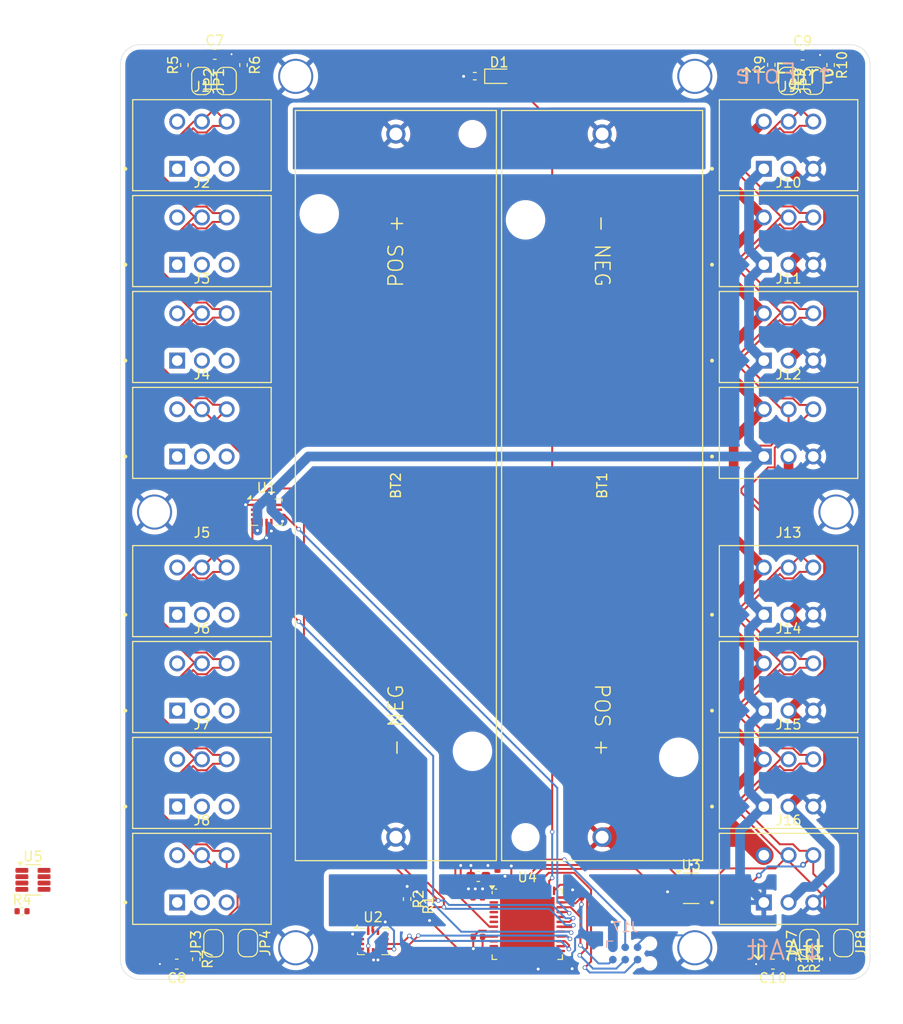
<source format=kicad_pcb>
(kicad_pcb (version 20221018) (generator pcbnew)
  (layers (0 "F.Cu" signal) (31 "B.Cu" signal) (34 "B.Paste" user) (35 "F.Paste" user) (36 "B.SilkS" user "B.Silkscreen") (37 "F.SilkS" user "F.Silkscreen") (38 "B.Mask" user) (39 "F.Mask" user) (44 "Edge.Cuts" user))
  (net 0 "")
  (net 1 "Net-(BT1-PadN)")
  (net 2 "BATT")
  (net 3 "GND")
  (net 4 "+3.3V")
  (net 5 "Net-(C7-Pad1)")
  (net 6 "Net-(C8-Pad1)")
  (net 7 "Net-(C9-Pad1)")
  (net 8 "Net-(C10-Pad1)")
  (net 9 "+5V")
  (net 10 "CAN_P")
  (net 11 "CAN_N")
  (net 12 "Net-(D1-K)")
  (net 13 "SWDIO")
  (net 14 "NRST")
  (net 15 "SWCLK")
  (net 16 "TRACESWO")
  (net 17 "Net-(JP1-A)")
  (net 18 "Net-(JP2-B)")
  (net 19 "Net-(JP3-A)")
  (net 20 "Net-(JP4-B)")
  (net 21 "Net-(JP5-A)")
  (net 22 "Net-(JP6-B)")
  (net 23 "Net-(JP7-A)")
  (net 24 "Net-(JP8-B)")
  (net 25 "I2C1_SCL")
  (net 26 "I2C1_SDA")
  (net 29 "IMU1_INT1")
  (net 30 "IMU1_INT2")
  (net 33 "CAN1_RX")
  (net 34 "CAN1_TX")
  (net 37 "/MCU/DEBUG_LED_A")
  (net 88 "IMU2_INT1")
  (net 89 "IMU2_INT2")
  (footprint "footprints:TE_Connectivity_7-5530843-7" (layer "F.Cu") (at 122.78 103.31)
    (fp_text reference "J6")
    (fp_text value "TE_Connectivity_7-5530843-7")
  )
  (footprint "footprints:TE_Connectivity_7-5530843-7" (layer "F.Cu") (at 122.78 57.51)
    (fp_text reference "J2")
    (fp_text value "TE_Connectivity_7-5530843-7")
  )
  (footprint "footprints:TE_Connectivity_7-5530843-7" (layer "F.Cu") (at 122.78 77.21)
    (fp_text reference "J4")
    (fp_text value "TE_Connectivity_7-5530843-7")
  )
  (footprint "Resistor_SMD:R_0402_1005Metric" (layer "F.Cu") (at 127.05 39.43 -90)
    (fp_text reference "R6")
    (fp_text value "60")
  )
  (footprint "Capacitor_SMD:C_0603_1608Metric" (layer "F.Cu") (at 181.435 131.77 180)
    (fp_text reference "C10")
    (fp_text value "10u")
  )
  (footprint "footprints:TE_Connectivity_7-5530843-7" (layer "F.Cu") (at 183.04 103.31)
    (fp_text reference "J14")
    (fp_text value "TE_Connectivity_7-5530843-7")
  )
  (footprint "Package_TO_SOT_SMD:SOT-23-8" (layer "F.Cu") (at 105.4225 123.115)
    (fp_text reference "U5")
    (fp_text value "TCAN330")
  )
  (footprint "Jumper:SolderJumper-2_P1.3mm_Bridged_RoundedPad1.0x1.5mm" (layer "F.Cu") (at 188.68 129.61 -90)
    (fp_text reference "JP8")
    (fp_text value "SolderJumper_2_Open")
  )
  (footprint "footprints:TE_Connectivity_7-5530843-7" (layer "F.Cu") (at 183.04 93.46)
    (fp_text reference "J13")
    (fp_text value "TE_Connectivity_7-5530843-7")
  )
  (footprint "Jumper:SolderJumper-2_P1.3mm_Bridged_RoundedPad1.0x1.5mm" (layer "F.Cu") (at 122.73 41.07 -90)
    (fp_text reference "JP1")
    (fp_text value "SolderJumper_2_Open")
  )
  (footprint "footprints:TE_Connectivity_7-5530843-7" (layer "F.Cu") (at 183.04 77.21)
    (fp_text reference "J12")
    (fp_text value "TE_Connectivity_7-5530843-7")
  )
  (footprint "footprints:TE_Connectivity_7-5530843-7" (layer "F.Cu") (at 122.78 123.01)
    (fp_text reference "J8")
    (fp_text value "TE_Connectivity_7-5530843-7")
  )
  (footprint "Jumper:SolderJumper-2_P1.3mm_Bridged_RoundedPad1.0x1.5mm" (layer "F.Cu") (at 125.31 41.07 90)
    (fp_text reference "JP2")
    (fp_text value "SolderJumper_2_Open")
  )
  (footprint "Jumper:SolderJumper-2_P1.3mm_Bridged_RoundedPad1.0x1.5mm" (layer "F.Cu") (at 183.03 41.06 -90)
    (fp_text reference "JP5")
    (fp_text value "SolderJumper_2_Open")
  )
  (footprint "Resistor_SMD:R_0402_1005Metric" (layer "F.Cu") (at 144.86 125.7 -90)
    (fp_text reference "R1")
    (fp_text value "1k5")
  )
  (footprint "Resistor_SMD:R_0402_1005Metric" (layer "F.Cu") (at 181.27 39.41 90)
    (fp_text reference "R9")
    (fp_text value "60")
  )
  (footprint "footprints:TE_Connectivity_7-5530843-7" (layer "F.Cu") (at 183.04 47.66)
    (fp_text reference "J9")
    (fp_text value "TE_Connectivity_7-5530843-7")
  )
  (footprint "footprints:Nondescript_C_0402_1005Metric" (layer "F.Cu") (at 161.29 124.91)
    (fp_text reference "C3" hide)
    (fp_text value "100n")
  )
  (footprint "footprints:BAT_1043" (layer "F.Cu") (at 163.89 82.62 -90)
    (fp_text reference "BT1")
    (fp_text value "Keystone_1043")
  )
  (footprint "Resistor_SMD:R_0402_1005Metric" (layer "F.Cu") (at 122.2 131.27 -90)
    (fp_text reference "R7")
    (fp_text value "60")
  )
  (footprint "footprints:Nondescript_C_0402_1005Metric" (layer "F.Cu") (at 158.47 132.28 180)
    (fp_text reference "C4" hide)
    (fp_text value "100n")
  )
  (footprint "Resistor_SMD:R_0402_1005Metric" (layer "F.Cu") (at 183.42 131.26 -90)
    (fp_text reference "R11")
    (fp_text value "60")
  )
  (footprint "footprints:TE_Connectivity_7-5530843-7" (layer "F.Cu") (at 183.04 113.16)
    (fp_text reference "J15")
    (fp_text value "TE_Connectivity_7-5530843-7")
  )
  (footprint "footprints:Nondescript_C_0402_1005Metric" (layer "F.Cu") (at 151.11 124.93 180)
    (fp_text reference "C6" hide)
    (fp_text value "100n")
  )
  (footprint "Package_DFN_QFN:QFN-48-1EP_7x7mm_P0.5mm_EP5.6x5.6mm" (layer "F.Cu") (at 156.2 127.6775)
    (fp_text reference "U4")
    (fp_text value "STM32L452CEU6")
  )
  (footprint "Capacitor_SMD:C_0603_1608Metric" (layer "F.Cu") (at 184.475 38.4)
    (fp_text reference "C9")
    (fp_text value "10u")
  )
  (footprint "footprints:TE_Connectivity_7-5530843-7" (layer "F.Cu") (at 122.78 93.46)
    (fp_text reference "J5")
    (fp_text value "TE_Connectivity_7-5530843-7")
  )
  (footprint "Package_TO_SOT_SMD:SOT-23-8" (layer "F.Cu") (at 173.0325 123.985)
    (fp_text reference "U3")
    (fp_text value "TCAN330")
  )
  (footprint "Jumper:SolderJumper-2_P1.3mm_Bridged_RoundedPad1.0x1.5mm" (layer "F.Cu") (at 185.18 129.61 90)
    (fp_text reference "JP7")
    (fp_text value "SolderJumper_2_Open")
  )
  (footprint "Resistor_SMD:R_0402_1005Metric" (layer "F.Cu") (at 186.92 131.25 90)
    (fp_text reference "R12")
    (fp_text value "60")
  )
  (footprint "footprints:Interior_Side_Panel_PCB_Shape" (layer "F.Cu") (at 113.71 133.34)
    (fp_text reference "PCB1" hide)
    (fp_text value "~" hide)
    (fp_line (start 0.7 -94) (end 0.7 -2) (stroke (width 0.05)) (layer "Edge.Cuts"))
    (fp_line (start 2.7 -96) (end 75.7 -96) (stroke (width 0.05)) (layer "Edge.Cuts"))
    (fp_line (start 75.7 0) (end 2.7 0) (stroke (width 0.05)) (layer "Edge.Cuts"))
    (fp_line (start 77.7 -94) (end 77.7 -2) (stroke (width 0.05)) (layer "Edge.Cuts"))
    (fp_arc (start 0.7 -94) (mid 1.285786 -95.414214) (end 2.7 -96) (stroke (width 0.05)) (layer "Edge.Cuts"))
    (fp_arc (start 2.7 0) (mid 1.285786 -0.585786) (end 0.7 -2) (stroke (width 0.05)) (layer "Edge.Cuts"))
    (fp_arc (start 75.7 -96) (mid 77.114214 -95.414214) (end 77.7 -94) (stroke (width 0.05)) (layer "Edge.Cuts"))
    (fp_arc (start 77.7 -2) (mid 77.114214 -0.585786) (end 75.7 0) (stroke (width 0.05)) (layer "Edge.Cuts"))
  )
  (footprint "Jumper:SolderJumper-2_P1.3mm_Bridged_RoundedPad1.0x1.5mm" (layer "F.Cu") (at 127.49 129.61 -90)
    (fp_text reference "JP4")
    (fp_text value "SolderJumper_2_Open")
  )
  (footprint "footprints:Nondescript_C_0603_1608Metric" (layer "F.Cu") (at 151.17 122.77 180)
    (fp_text reference "C1" hide)
    (fp_text value "10u")
  )
  (footprint "Resistor_SMD:R_0402_1005Metric" (layer "F.Cu") (at 120.98 39.43 90)
    (fp_text reference "R5")
    (fp_text value "60")
  )
  (footprint "Resistor_SMD:R_0402_1005Metric" (layer "F.Cu") (at 187.36 39.43 -90)
    (fp_text reference "R10")
    (fp_text value "60")
  )
  (footprint "footprints:TE_Connectivity_7-5530843-7" (layer "F.Cu") (at 122.78 113.16)
    (fp_text reference "J7")
    (fp_text value "TE_Connectivity_7-5530843-7")
  )
  (footprint "Package_LGA:Bosch_LGA-14_3x2.5mm_P0.5mm" (layer "F.Cu") (at 140.36 129.4525)
    (fp_text reference "U2")
    (fp_text value "BMI323")
  )
  (footprint "footprints:TE_Connectivity_7-5530843-7" (layer "F.Cu") (at 122.78 67.36)
    (fp_text reference "J3")
    (fp_text value "TE_Connectivity_7-5530843-7")
  )
  (footprint "footprints:Nondescript_C_0402_1005Metric" (layer "F.Cu") (at 151.13 128.95 180)
    (fp_text reference "C5" hide)
    (fp_text value "100n")
  )
  (footprint "Capacitor_SMD:C_0603_1608Metric" (layer "F.Cu") (at 124.1 38.33)
    (fp_text reference "C7")
    (fp_text value "10u")
  )
  (footprint "Jumper:SolderJumper-2_P1.3mm_Bridged_RoundedPad1.0x1.5mm" (layer "F.Cu") (at 123.97 129.63 90)
    (fp_text reference "JP3")
    (fp_text value "SolderJumper_2_Open")
  )
  (footprint "Resistor_SMD:R_0402_1005Metric" (layer "F.Cu") (at 104.3025 126.335)
    (fp_text reference "R4")
    (fp_text value "60")
  )
  (footprint "LED_SMD:LED_0603_1608Metric" (layer "F.Cu") (at 153.31 40.58)
    (fp_text reference "D1")
    (fp_text value "Blue LED")
  )
  (footprint "footprints:TE_Connectivity_7-5530843-7" (layer "F.Cu") (at 183.04 123.01)
    (fp_text reference "J16")
    (fp_text value "TE_Connectivity_7-5530843-7")
  )
  (footprint "Resistor_SMD:R_0402_1005Metric" (layer "F.Cu") (at 143.86 125.09 -90)
    (fp_text reference "R2")
    (fp_text value "1k5")
  )
  (footprint "Jumper:SolderJumper-2_P1.3mm_Bridged_RoundedPad1.0x1.5mm" (layer "F.Cu") (at 185.59 41.04 90)
    (fp_text reference "JP6")
    (fp_text value "SolderJumper_2_Open")
  )
  (footprint "footprints:TE_Connectivity_7-5530843-7" (layer "F.Cu") (at 183.04 67.36)
    (fp_text reference "J11")
    (fp_text value "TE_Connectivity_7-5530843-7")
  )
  (footprint "footprints:BAT_1043" (layer "F.Cu") (at 142.7 82.62 90)
    (fp_text reference "BT2")
    (fp_text value "Keystone_1043")
  )
  (footprint "footprints:Nondescript_C_0402_1005Metric" (layer "F.Cu") (at 153.14 122.6 90)
    (fp_text reference "C2" hide)
    (fp_text value "100n")
  )
  (footprint "footprints:TE_Connectivity_7-5530843-7" (layer "F.Cu") (at 122.78 47.66)
    (fp_text reference "J1")
    (fp_text value "TE_Connectivity_7-5530843-7")
  )
  (footprint "Capacitor_SMD:C_0603_1608Metric" (layer "F.Cu") (at 120.195 131.77 180)
    (fp_text reference "C8")
    (fp_text value "10u")
  )
  (footprint "Package_LGA:Bosch_LGA-14_3x2.5mm_P0.5mm" (layer "F.Cu") (at 129.41 85.3525)
    (fp_text reference "U1")
    (fp_text value "BMI323")
  )
  (footprint "footprints:TE_Connectivity_7-5530843-7" (layer "F.Cu") (at 183.04 57.51)
    (fp_text reference "J10")
    (fp_text value "TE_Connectivity_7-5530843-7")
  )
  (footprint "footprints:Nondescript_R_0402_1005Metric" (layer "F.Cu") (at 150.81 40.57 180)
    (fp_text reference "R3" hide)
    (fp_text value "2.21k")
  )
  (footprint "Connector:Tag-Connect_TC2030-IDC-NL_2x03_P1.27mm_Vertical" (layer "B.Cu") (at 166.26 130.675)
    (fp_text reference "J17")
    (fp_text value "STLINK_TagConnect_6")
  )
  (segment (start 177.3991 77.8852) (end 177.3991 87.9334) (width 1) (layer "F.Cu") (net 2))
  (segment (start 180.5 64.9343) (end 177.1091 68.3252) (width 1) (layer "F.Cu") (net 2))
  (segment (start 177.1091 68.3252) (end 177.1091 71.3934) (width 1) (layer "F.Cu") (net 2))
  (segment (start 177.3991 87.9334) (end 180.5 91.0343) (width 1) (layer "F.Cu") (net 2))
  (segment (start 177.1091 94.4252) (end 177.1091 97.4934) (width 1) (layer "F.Cu") (net 2))
  (segment (start 180.5 91.0343) (end 177.1091 94.4252) (width 1) (layer "F.Cu") (net 2))
  (segment (start 177.1091 48.6252) (end 177.1091 51.6934) (width 1) (layer "F.Cu") (net 2))
  (segment (start 177.1091 58.4752) (end 177.1091 61.5434) (width 1) (layer "F.Cu") (net 2))
  (segment (start 180.5 74.7843) (end 177.3991 77.8852) (width 1) (layer "F.Cu") (net 2))
  (segment (start 177.1091 51.6934) (end 180.5 55.0843) (width 1) (layer "F.Cu") (net 2))
  (segment (start 177.1091 71.3934) (end 180.5 74.7843) (width 1) (layer "F.Cu") (net 2))
  (segment (start 177.1091 117.1934) (end 180.5 120.5843) (width 1) (layer "F.Cu") (net 2))
  (segment (start 180.5 110.7343) (end 177.1091 114.1252) (width 1) (layer "F.Cu") (net 2))
  (segment (start 177.1091 104.2752) (end 177.1091 107.3434) (width 1) (layer "F.Cu") (net 2))
  (segment (start 180.5 45.2343) (end 177.1091 48.6252) (width 1) (layer "F.Cu") (net 2))
  (segment (start 180.5 100.8843) (end 177.1091 104.2752) (width 1) (layer "F.Cu") (net 2))
  (segment (start 177.1091 97.4934) (end 180.5 100.8843) (width 1) (layer "F.Cu") (net 2))
  (segment (start 177.1091 61.5434) (end 180.5 64.9343) (width 1) (layer "F.Cu") (net 2))
  (segment (start 177.1091 114.1252) (end 177.1091 117.1934) (width 1) (layer "F.Cu") (net 2))
  (segment (start 180.5 55.0843) (end 177.1091 58.4752) (width 1) (layer "F.Cu") (net 2))
  (segment (start 177.1091 107.3434) (end 180.5 110.7343) (width 1) (layer "F.Cu") (net 2))
  (segment (start 163.89 118.73) (end 178.6457 118.73) (width 2) (layer "F.Cu") (net 2))
  (segment (start 178.6457 118.73) (end 180.5 120.5843) (width 2) (layer "F.Cu") (net 2))
  (segment (start 150.41 121.64) (end 150.41 122.755) (width 0.2) (layer "F.Cu") (net 3))
  (segment (start 129.41 86.365) (end 129.41 87.99) (width 0.2) (layer "F.Cu") (net 3))
  (segment (start 150.65 130.18) (end 150.65 128.95) (width 0.2) (layer "F.Cu") (net 3))
  (segment (start 151.26 128.34) (end 151.936134 128.34) (width 0.2) (layer "F.Cu") (net 3))
  (segment (start 153.95 124.24) (end 153.95 123.588114) (width 0.2) (layer "F.Cu") (net 3))
  (segment (start 140.86 130.465) (end 140.86 131.34) (width 0.2) (layer "F.Cu") (net 3))
  (segment (start 158.45 131.82) (end 157.99 132.28) (width 0.2) (layer "F.Cu") (net 3))
  (segment (start 118.47 131.77) (end 118.46 131.76) (width 0.2) (layer "F.Cu") (net 3))
  (segment (start 150.65 128.95) (end 151.26 128.34) (width 0.2) (layer "F.Cu") (net 3))
  (segment (start 151.936134 128.34) (end 152.023634 128.4275) (width 0.2) (layer "F.Cu") (net 3))
  (segment (start 152.66 121.64) (end 153.14 122.12) (width 0.2) (layer "F.Cu") (net 3))
  (segment (start 161.77 124.91) (end 161.77 125.63) (width 0.2) (layer "F.Cu") (net 3))
  (segment (start 158.45 131.115) (end 158.45 131.82) (width 0.2) (layer "F.Cu") (net 3))
  (segment (start 140.36 131.29) (end 140.41 131.34) (width 0.2) (layer "F.Cu") (net 3))
  (segment (start 140.36 130.465) (end 140.36 131.29) (width 0.2) (layer "F.Cu") (net 3))
  (segment (start 119.42 131.77) (end 118.47 131.77) (width 0.2) (layer "F.Cu") (net 3))
  (segment (start 186.27 38.4) (end 186.28 38.39) (width 0.2) (layer "F.Cu") (net 3))
  (segment (start 160.491366 125.5275) (end 161.1525 125.5275) (width 0.2) (layer "F.Cu") (net 3))
  (segment (start 172.512006 123.66) (end 171.895 123.66) (width 0.2) (layer "F.Cu") (net 3))
  (segment (start 161.77 125.63) (end 161.76 125.64) (width 0.2) (layer "F.Cu") (net 3))
  (segment (start 159.6375 125.4275) (end 160.391366 125.4275) (width 0.2) (layer "F.Cu") (net 3))
  (segment (start 149.36 123.982463) (end 150.307537 124.93) (width 0.2) (layer "F.Cu") (net 3))
  (segment (start 150.41 122.755) (end 150.395 122.77) (width 0.2) (layer "F.Cu") (net 3))
  (segment (start 149.36 121.64) (end 149.36 123.982463) (width 0.2) (layer "F.Cu") (net 3))
  (segment (start 185.25 38.4) (end 186.27 38.4) (width 0.2) (layer "F.Cu") (net 3))
  (segment (start 139.0975 128.7025) (end 138.2725 128.7025) (width 0.2) (layer "F.Cu") (net 3))
  (segment (start 154.56 122.978114) (end 154.56 121.69) (width 0.2) (layer "F.Cu") (net 3))
  (segment (start 138.2725 128.7025) (end 138.26 128.69) (width 0.2) (layer "F.Cu") (net 3))
  (segment (start 157.32 132.28) (end 157.99 132.28) (width 0.2) (layer "F.Cu") (net 3))
  (segment (start 125.82 38.32) (end 125.81 38.33) (width 0.2) (layer "F.Cu") (net 3))
  (segment (start 152.16 121.64) (end 152.66 121.64) (width 0.2) (layer "F.Cu") (net 3))
  (segment (start 127.2725 84.6025) (end 127.26 84.59) (width 0.2) (layer "F.Cu") (net 3))
  (segment (start 125.81 38.33) (end 124.875 38.33) (width 0.2) (layer "F.Cu") (net 3))
  (segment (start 173.06 123.112006) (end 172.512006 123.66) (width 0.2) (layer "F.Cu") (net 3))
  (segment (start 173.06 121.54) (end 173.06 123.112006) (width 0.2) (layer "F.Cu") (net 3))
  (segment (start 128.1475 84.6025) (end 127.2725 84.6025) (width 0.2) (layer "F.Cu") (net 3))
  (segment (start 153.95 123.588114) (end 154.56 122.978114) (width 0.2) (layer "F.Cu") (net 3))
  (segment (start 160.391366 125.4275) (end 160.491366 125.5275) (width 0.2) (layer "F.Cu") (net 3))
  (segment (start 149.66 40.59) (end 150.28 40.59) (width 0.2) (layer "F.Cu") (net 3))
  (segment (start 152.023634 128.4275) (end 152.7625 128.4275) (width 0.2) (layer "F.Cu") (net 3))
  (segment (start 180.66 131.77) (end 179.71 131.77) (width 0.2) (layer "F.Cu") (net 3))
  (segment (start 150.28 40.59) (end 150.3 40.57) (width 0.2) (layer "F.Cu") (net 3))
  (segment (start 161.1525 125.5275) (end 161.77 124.91) (width 0.2) (layer "F.Cu") (net 3))
  (segment (start 150.66 130.19) (end 150.65 130.18) (width 0.2) (layer "F.Cu") (net 3))
  (segment (start 129.91 86.365) (end 129.91 87.29) (width 0.2) (layer "F.Cu") (net 3))
  (segment (start 150.307537 124.93) (end 150.63 124.93) (width 0.2) (layer "F.Cu") (net 3))
  (via (at 149.36 121.64) (size 0.45) (drill 0.3) (layers "F.Cu" "B.Cu") (net 3))
  (via (at 179.71 131.77) (size 0.35) (drill 0.2) (layers "F.Cu" "B.Cu") (net 3))
  (via (at 125.82 38.32) (size 0.35) (drill 0.2) (layers "F.Cu" "B.Cu") (net 3))
  (via (at 129.91 87.29) (size 0.45) (drill 0.3) (layers "F.Cu" "B.Cu") (net 3))
  (via (at 127.26 84.59) (size 0.45) (drill 0.3) (layers "F.Cu" "B.Cu") (net 3))
  (via (at 152.16 121.64) (size 0.45) (drill 0.3) (layers "F.Cu" "B.Cu") (net 3))
  (via (at 149.66 40.59) (size 0.6) (drill 0.3) (layers "F.Cu" "B.Cu") (net 3))
  (via (at 140.86 131.34) (size 0.45) (drill 0.3) (layers "F.Cu" "B.Cu") (net 3))
  (via (at 154.56 121.69) (size 0.45) (drill 0.3) (layers "F.Cu" "B.Cu") (net 3))
  (via (at 160.81 132.24) (size 0.45) (drill 0.3) (layers "F.Cu" "B.Cu") (net 3))
  (via (at 161.76 125.64) (size 0.45) (drill 0.3) (layers "F.Cu" "B.Cu") (net 3))
  (via (at 157.32 132.28) (size 0.45) (drill 0.3) (layers "F.Cu" "B.Cu") (net 3))
  (via (at 129.41 87.99) (size 0.45) (drill 0.3) (layers "F.Cu" "B.Cu") (net 3))
  (via (at 150.66 130.19) (size 0.45) (drill 0.3) (layers "F.Cu" "B.Cu") (net 3))
  (via (at 186.28 38.39) (size 0.35) (drill 0.2) (layers "F.Cu" "B.Cu") (net 3))
  (via (at 138.26 128.69) (size 0.45) (drill 0.3) (layers "F.Cu" "B.Cu") (net 3))
  (via (at 173.06 121.54) (size 0.45) (drill 0.3) (layers "F.Cu" "B.Cu") (net 3))
  (via (at 118.46 131.76) (size 0.35) (drill 0.2) (layers "F.Cu" "B.Cu") (net 3))
  (via (at 150.41 121.64) (size 0.45) (drill 0.3) (layers "F.Cu" "B.Cu") (net 3))
  (via (at 140.41 131.34) (size 0.45) (drill 0.3) (layers "F.Cu" "B.Cu") (net 3))
  (segment (start 167.53 129.733565) (end 168.449865 128.8137) (width 0.2) (layer "B.Cu") (net 3))
  (segment (start 172.1337 128.8137) (end 173.41 130.09) (width 0.2) (layer "B.Cu") (net 3))
  (segment (start 167.53 130.04) (end 167.53 129.733565) (width 0.2) (layer "B.Cu") (net 3))
  (segment (start 160.81 130.64) (end 160.81 132.24) (width 0.2) (layer "B.Cu") (net 3))
  (segment (start 161.11 130.34) (end 160.81 130.64) (width 0.2) (layer "B.Cu") (net 3))
  (segment (start 168.449865 128.8137) (end 172.1337 128.8137) (width 0.2) (layer "B.Cu") (net 3))
  (segment (start 161.11 129.14) (end 161.11 130.34) (width 0.2) (layer "B.Cu") (net 3))
  (segment (start 161.76 125.64) (end 161.76 128.49) (width 0.2) (layer "B.Cu") (net 3))
  (segment (start 161.76 128.49) (end 161.11 129.14) (width 0.2) (layer "B.Cu") (net 3))
  (segment (start 152.83 122.77) (end 153.14 123.08) (width 0.2) (layer "F.Cu") (net 4))
  (segment (start 146.16 127.29) (end 149.585 130.715) (width 0.2) (layer "F.Cu") (net 4))
  (segment (start 170.64 124.31) (end 170.61 124.34) (width 0.2) (layer "F.Cu") (net 4))
  (segment (start 152.74 128.95) (end 152.7625 128.9275) (width 0.2) (layer "F.Cu") (net 4))
  (segment (start 151.61 124.91) (end 151.59 124.93) (width 0.2) (layer "F.Cu") (net 4))
  (segment (start 128.91 86.815) (end 128.485 87.24) (width 0.2) (layer "F.Cu") (net 4))
  (segment (start 151.945 123.705) (end 151.61 124.04) (width 0.2) (layer "F.Cu") (net 4))
  (segment (start 150.86 123.855) (end 151.945 122.77) (width 0.2) (layer "F.Cu") (net 4))
  (segment (start 143.86 124.58) (end 143.86 123.79) (width 0.2) (layer "F.Cu") (net 4))
  (segment (start 140.86 128.19) (end 141.61 127.44) (width 0.2) (layer "F.Cu") (net 4))
  (segment (start 144.86 125.19) (end 144.86 124.34) (width 0.2) (layer "F.Cu") (net 4))
  (segment (start 150.877463 130.715) (end 151.61 129.982463) (width 0.2) (layer "F.Cu") (net 4))
  (segment (start 140.86 128.44) (end 140.86 128.19) (width 0.2) (layer "F.Cu") (net 4))
  (segment (start 171.895 124.31) (end 170.64 124.31) (width 0.2) (layer "F.Cu") (net 4))
  (segment (start 129.91 84.34) (end 129.91 83.44) (width 0.2) (layer "F.Cu") (net 4))
  (segment (start 130.86 86.29) (end 130.6725 86.1025) (width 0.2) (layer "F.Cu") (net 4))
  (segment (start 151.945 122.77) (end 152.83 122.77) (width 0.2) (layer "F.Cu") (net 4))
  (segment (start 153.57 123.08) (end 153.91 122.74) (width 0.2) (layer "F.Cu") (net 4))
  (segment (start 150.16 124.04) (end 151.61 124.04) (width 0.2) (layer "F.Cu") (net 4))
  (segment (start 149.585 130.715) (end 150.877463 130.715) (width 0.2) (layer "F.Cu") (net 4))
  (segment (start 160.7925 124.9275) (end 160.81 124.91) (width 0.2) (layer "F.Cu") (net 4))
  (segment (start 141.6225 130.2025) (end 142.4725 130.2025) (width 0.2) (layer "F.Cu") (net 4))
  (segment (start 151.945 122.77) (end 151.945 123.705) (width 0.2) (layer "F.Cu") (net 4))
  (segment (start 152.76 124.93) (end 152.7625 124.9275) (width 0.2) (layer "F.Cu") (net 4))
  (segment (start 153.45 123.39) (end 153.14 123.08) (width 0.2) (layer "F.Cu") (net 4))
  (segment (start 160.81 124.19) (end 160.86 124.14) (width 0.2) (layer "F.Cu") (net 4))
  (segment (start 151.61 128.95) (end 152.74 128.95) (width 0.2) (layer "F.Cu") (net 4))
  (segment (start 159.6375 124.9275) (end 160.7925 124.9275) (width 0.2) (layer "F.Cu") (net 4))
  (segment (start 151.61 124.04) (end 151.61 124.91) (width 0.2) (layer "F.Cu") (net 4))
  (segment (start 158.95 131.115) (end 158.95 132.28) (width 0.2) (layer "F.Cu") (net 4))
  (segment (start 153.45 124.24) (end 153.45 123.39) (width 0.2) (layer "F.Cu") (net 4))
  (segment (start 153.14 123.08) (end 153.57 123.08) (width 0.2) (layer "F.Cu") (net 4))
  (segment (start 150.86 124.04) (end 150.86 123.855) (width 0.2) (layer "F.Cu") (net 4))
  (segment (start 151.59 124.93) (end 152.76 124.93) (width 0.2) (layer "F.Cu") (net 4))
  (segment (start 131.06 86.29) (end 130.86 86.29) (width 0.2) (layer "F.Cu") (net 4))
  (segment (start 142.4725 130.2025) (end 142.51 130.24) (width 0.2) (layer "F.Cu") (net 4))
  (segment (start 151.61 129.982463) (end 151.61 128.95) (width 0.2) (layer "F.Cu") (net 4))
  (segment (start 128.91 86.365) (end 128.91 86.815) (width 0.2) (layer "F.Cu") (net 4))
  (segment (start 160.81 124.91) (end 160.81 124.19) (width 0.2) (layer "F.Cu") (net 4))
  (segment (start 139.86 129.89) (end 139.86 130.465) (width 0.2) (layer "F.Cu") (net 4))
  (via (at 146.16 127.29) (size 0.45) (drill 0.3) (layers "F.Cu" "B.Cu") (net 4))
  (via (at 151.61 124.04) (size 0.45) (drill 0.3) (layers "F.Cu" "B.Cu") (net 4))
  (via (at 160.86 124.14) (size 0.45) (drill 0.3) (layers "F.Cu" "B.Cu") (net 4))
  (via (at 170.61 124.34) (size 0.45) (drill 0.3) (layers "F.Cu" "B.Cu") (net 4))
  (via (at 143.86 123.79) (size 0.45) (drill 0.3) (layers "F.Cu" "B.Cu") (net 4))
  (via (at 128.485 87.24) (size 0.45) (drill 0.3) (layers "F.Cu" "B.Cu") (net 4))
  (via (at 144.86 124.34) (size 0.45) (drill 0.3) (layers "F.Cu" "B.Cu") (net 4))
  (via (at 153.91 122.74) (size 0.45) (drill 0.3) (layers "F.Cu" "B.Cu") (net 4))
  (via (at 139.86 129.89) (size 0.45) (drill 0.3) (layers "F.Cu" "B.Cu") (net 4))
  (via (at 164.91 127.44) (size 0.45) (drill 0.3) (layers "F.Cu" "B.Cu") (net 4))
  (via (at 129.91 83.44) (size 0.45) (drill 0.3) (layers "F.Cu" "B.Cu") (net 4))
  (via (at 142.51 130.24) (size 0.45) (drill 0.3) (layers "F.Cu" "B.Cu") (net 4))
  (via (at 150.16 124.04) (size 0.45) (drill 0.3) (layers "F.Cu" "B.Cu") (net 4))
  (via (at 141.61 127.44) (size 0.45) (drill 0.3) (layers "F.Cu" "B.Cu") (net 4))
  (via (at 150.86 124.04) (size 0.45) (drill 0.3) (layers "F.Cu" "B.Cu") (net 4))
  (via (at 131.06 86.29) (size 0.45) (drill 0.3) (layers "F.Cu" "B.Cu") (net 4))
  (segment (start 180.5 79.6357) (end 178.98085 78.11655) (width 1) (layer "B.Cu") (net 4))
  (segment (start 178.98085 58.41655) (end 180.5 59.9357) (width 1) (layer "B.Cu") (net 4))
  (segment (start 142.51 130.24) (end 142.51 128.34) (width 0.2) (layer "B.Cu") (net 4))
  (segment (start 178.98085 78.11655) (end 178.98085 71.30485) (width 1) (layer "B.Cu") (net 4))
  (segment (start 142.51 128.34) (end 141.61 127.44) (width 0.2) (layer "B.Cu") (net 4))
  (segment (start 178.06 118.0257) (end 178.06 122.9957) (width 1) (layer "B.Cu") (net 4))
  (segment (start 129.91 85.14) (end 129.91 83.44) (width 1) (layer "B.Cu") (net 4))
  (segment (start 178.98085 104.21655) (end 180.5 105.7357) (width 1) (layer "B.Cu") (net 4))
  (segment (start 180.5 79.6357) (end 133.7143 79.6357) (width 1) (layer "B.Cu") (net 4))
  (segment (start 180.5 115.5857) (end 178.06 118.0257) (width 1) (layer "B.Cu") (net 4))
  (segment (start 180.5 59.9357) (end 178.98085 61.45485) (width 1) (layer "B.Cu") (net 4))
  (segment (start 178.98085 81.15485) (end 178.98085 94.36655) (width 1) (layer "B.Cu") (net 4))
  (segment (start 164.99 130.04) (end 164.99 127.52) (width 1) (layer "B.Cu") (net 4))
  (segment (start 178.06 122.9957) (end 180.5 125.4357) (width 1) (layer "B.Cu") (net 4))
  (segment (start 128.485 84.865) (end 128.485 87.24) (width 1) (layer "B.Cu") (net 4))
  (segment (start 180.5 79.6357) (end 178.98085 81.15485) (width 1) (layer "B.Cu") (net 4))
  (segment (start 178.98085 107.25485) (end 178.98085 114.06655) (width 1) (layer "B.Cu") (net 4))
  (segment (start 178.98085 94.36655) (end 180.5 95.8857) (width 1) (layer "B.Cu") (net 4))
  (segment (start 139.86 129.89) (end 139.86 129.19) (width 0.2) (layer "B.Cu") (net 4))
  (segment (start 180.5 105.7357) (end 178.98085 107.25485) (width 1) (layer "B.Cu") (net 4))
  (segment (start 178.98085 114.06655) (end 180.5 115.5857) (width 1) (layer "B.Cu") (net 4))
  (segment (start 133.7143 79.6357) (end 129.91 83.44) (width 1) (layer "B.Cu") (net 4))
  (segment (start 180.5 95.8857) (end 178.98085 97.40485) (width 1) (layer "B.Cu") (net 4))
  (segment (start 142.51 129.705073) (end 142.51 130.24) (width 0.2) (layer "B.Cu") (net 4))
  (segment (start 178.98085 61.45485) (end 178.98085 68.26655) (width 1) (layer "B.Cu") (net 4))
  (segment (start 180.5 50.0857) (end 178.98085 51.60485) (width 1) (layer "B.Cu") (net 4))
  (segment (start 139.86 129.19) (end 141.61 127.44) (width 0.2) (layer "B.Cu") (net 4))
  (segment (start 178.98085 71.30485) (end 180.5 69.7857) (width 1) (layer "B.Cu") (net 4))
  (segment (start 129.91 83.44) (end 128.485 84.865) (width 1) (layer "B.Cu") (net 4))
  (segment (start 131.06 86.29) (end 129.91 85.14) (width 1) (layer "B.Cu") (net 4))
  (segment (start 178.98085 97.40485) (end 178.98085 104.21655) (width 1) (layer "B.Cu") (net 4))
  (segment (start 178.98085 51.60485) (end 178.98085 58.41655) (width 1) (layer "B.Cu") (net 4))
  (segment (start 178.98085 68.26655) (end 180.5 69.7857) (width 1) (layer "B.Cu") (net 4))
  (segment (start 164.99 127.52) (end 164.91 127.44) (width 1) (layer "B.Cu") (net 4))
  (segment (start 127.05 38.92) (end 126.865 39.105) (width 0.2) (layer "F.Cu") (net 5))
  (segment (start 120.98 38.92) (end 122.735 38.92) (width 0.2) (layer "F.Cu") (net 5))
  (segment (start 122.735 38.92) (end 123.325 38.33) (width 0.2) (layer "F.Cu") (net 5))
  (segment (start 124.1 39.105) (end 123.325 38.33) (width 0.2) (layer "F.Cu") (net 5))
  (segment (start 126.865 39.105) (end 124.1 39.105) (width 0.2) (layer "F.Cu") (net 5))
  (segment (start 120.99 131.79) (end 120.97 131.77) (width 0.2) (layer "F.Cu") (net 6))
  (segment (start 125.73 131.79) (end 120.99 131.79) (width 0.2) (layer "F.Cu") (net 6))
  (segment (start 184.475 39.175) (end 183.7 38.4) (width 0.2) (layer "F.Cu") (net 7))
  (segment (start 187.105 39.175) (end 184.475 39.175) (width 0.2) (layer "F.Cu") (net 7))
  (segment (start 187.36 38.92) (end 187.105 39.175) (width 0.2) (layer "F.Cu") (net 7))
  (segment (start 181.27 38.9) (end 183.2 38.9) (width 0.2) (layer "F.Cu") (net 7))
  (segment (start 183.2 38.9) (end 183.7 38.4) (width 0.2) (layer "F.Cu") (net 7))
  (segment (start 183.42 131.77) (end 182.21 131.77) (width 0.2) (layer "F.Cu") (net 8))
  (segment (start 183.43 131.76) (end 183.42 131.77) (width 0.2) (layer "F.Cu") (net 8))
  (segment (start 186.92 131.76) (end 183.43 131.76) (width 0.2) (layer "F.Cu") (net 8))
  (segment (start 187.09915 101.67655) (end 183.04 105.7357) (width 1) (layer "F.Cu") (net 9))
  (segment (start 187.09915 111.52655) (end 183.04 115.5857) (width 1) (layer "F.Cu") (net 9))
  (segment (start 183.04 50.0857) (end 187.09915 54.14485) (width 1) (layer "F.Cu") (net 9))
  (segment (start 183.04 79.6357) (end 183.04 86.345897) (width 1) (layer "F.Cu") (net 9))
  (segment (start 187.09915 109.79485) (end 187.09915 111.52655) (width 1) (layer "F.Cu") (net 9))
  (segment (start 187.09915 90.405047) (end 187.09915 91.82655) (width 1) (layer "F.Cu") (net 9))
  (segment (start 187.09915 99.94485) (end 187.09915 101.67655) (width 1) (layer "F.Cu") (net 9))
  (segment (start 183.04 95.8857) (end 187.09915 99.94485) (width 1) (layer "F.Cu") (net 9))
  (segment (start 187.09915 91.82655) (end 183.04 95.8857) (width 1) (layer "F.Cu") (net 9))
  (segment (start 187.09915 55.87655) (end 183.04 59.9357) (width 1) (layer "F.Cu") (net 9))
  (segment (start 187.09915 65.72655) (end 183.04 69.7857) (width 1) (layer "F.Cu") (net 9))
  (segment (start 187.09915 63.99485) (end 187.09915 65.72655) (width 1) (layer "F.Cu") (net 9))
  (segment (start 183.04 59.9357) (end 187.09915 63.99485) (width 1) (layer "F.Cu") (net 9))
  (segment (start 183.04 105.7357) (end 187.09915 109.79485) (width 1) (layer "F.Cu") (net 9))
  (segment (start 187.09915 54.14485) (end 187.09915 55.87655) (width 1) (layer "F.Cu") (net 9))
  (segment (start 183.04 86.345897) (end 187.09915 90.405047) (width 1) (layer "F.Cu") (net 9))
  (segment (start 184.6357 123.84) (end 183.04 125.4357) (width 1) (layer "B.Cu") (net 9))
  (segment (start 185.574214 123.84) (end 184.6357 123.84) (width 1) (layer "B.Cu") (net 9))
  (segment (start 187.26 119.8057) (end 187.26 122.154214) (width 1) (layer "B.Cu") (net 9))
  (segment (start 187.26 122.154214) (end 185.574214 123.84) (width 1) (layer "B.Cu") (net 9))
  (segment (start 183.04 115.5857) (end 187.26 119.8057) (width 1) (layer "B.Cu") (net 9))
  (segment (start 117.6491 49.5127) (end 117.6491 50.6473) (width 0.2) (layer "F.Cu") (net 10))
  (segment (start 183.04 121.17) (end 186.705 124.835) (width 0.2) (layer "F.Cu") (net 10))
  (segment (start 183.04 76.687903) (end 181.211353 78.51655) (width 0.2) (layer "F.Cu") (net 10))
  (segment (start 177.9091 49.4984) (end 177.9091 50.633) (width 0.2) (layer "F.Cu") (net 10))
  (segment (start 122.76 55.09) (end 121.9075 55.09) (width 0.2) (layer "F.Cu") (net 10))
  (segment (start 177.9091 106.293) (end 182.3461 110.73) (width 0.2) (layer "F.Cu") (net 10))
  (segment (start 177.9091 95.3084) (end 177.9091 96.443) (width 0.2) (layer "F.Cu") (net 10))
  (segment (start 183.04 120.5843) (end 183.04 121.17) (width 0.2) (layer "F.Cu") (net 10))
  (segment (start 183.04 120.5843) (end 181.6843 121.94) (width 0.2) (layer "F.Cu") (net 10))
  (segment (start 183.04 74.7843) (end 183.04 76.687903) (width 0.2) (layer "F.Cu") (net 10))
  (segment (start 122.0861 120.59) (end 122.78 120.59) (width 0.2) (layer "F.Cu") (net 10))
  (segment (start 182.3461 55.07) (end 183.04 55.07) (width 0.2) (layer "F.Cu") (net 10))
  (segment (start 183.04 55.09) (end 182.1875 55.09) (width 0.2) (layer "F.Cu") (net 10))
  (segment (start 182.3461 74.79) (end 183.04 74.79) (width 0.2) (layer "F.Cu") (net 10))
  (segment (start 183.04 45.2343) (end 184.085 44.1893) (width 0.2) (layer "F.Cu") (net 10))
  (segment (start 123.824999 75.829299) (end 123.824999 76.363199) (width 0.2) (layer "F.Cu") (net 10))
  (segment (start 117.6491 105.1584) (end 117.6491 106.293) (width 0.2) (layer "F.Cu") (net 10))
  (segment (start 184.085 44.1893) (end 184.085 42.765) (width 0.2) (layer "F.Cu") (net 10))
  (segment (start 126.43915 125.899268) (end 126.43915 124.24345) (width 0.2) (layer "F.Cu") (net 10))
  (segment (start 122.0861 74.77) (end 122.78 74.77) (width 0.2) (layer "F.Cu") (net 10))
  (segment (start 184.085 42.765) (end 183.03 41.71) (width 0.2) (layer "F.Cu") (net 10))
  (segment (start 181.6843 121.94) (end 176.507006 121.94) (width 0.2) (layer "F.Cu") (net 10))
  (segment (start 122.0861 100.89) (end 122.78 100.89) (width 0.2) (layer "F.Cu") (net 10))
  (segment (start 183.04 110.73) (end 182.1875 110.73) (width 0.2) (layer "F.Cu") (net 10))
  (segment (start 121.9275 64.92) (end 117.6491 69.1984) (width 0.2) (layer "F.Cu") (net 10))
  (segment (start 174.787006 123.66) (end 174.17 123.66) (width 0.2) (layer "F.Cu") (net 10))
  (segment (start 177.9091 69.2184) (end 177.9091 70.353) (width 0.2) (layer "F.Cu") (net 10))
  (segment (start 176.507006 121.94) (end 174.787006 123.66) (width 0.2) (layer "F.Cu") (net 10))
  (segment (start 177.9091 96.443) (end 182.3461 100.88) (width 0.2) (layer "F.Cu") (net 10))
  (segment (start 127.9109 80.4491) (end 127.9109 81.0209) (width 0.2) (layer "F.Cu") (net 10))
  (segment (start 117.6491 115.0184) (end 117.6491 116.153) (width 0.2) (layer "F.Cu") (net 10))
  (segment (start 179.38085 78.51655) (end 179.38085 81.753464) (width 0.2) (layer "F.Cu") (net 10))
  (segment (start 182.1875 91.03) (end 177.9091 95.3084) (width 0.2) (layer "F.Cu") (net 10))
  (segment (start 122.78 45.2343) (end 121.9275 45.2343) (width 0.2) (layer "F.Cu") (net 10))
  (segment (start 121.9075 55.09) (end 117.6291 59.3684) (width 0.2) (layer "F.Cu") (net 10))
  (segment (start 183.04 91.03) (end 182.1875 91.03) (width 0.2) (layer "F.Cu") (net 10))
  (segment (start 183.04 64.94) (end 182.1875 64.94) (width 0.2) (layer "F.Cu") (net 10))
  (segment (start 126.43915 124.24345) (end 122.78 120.5843) (width 0.2) (layer "F.Cu") (net 10))
  (segment (start 123.824999 85.106801) (end 123.824999 89.989301) (width 0.2) (layer "F.Cu") (net 10))
  (segment (start 117.6291 60.503) (end 122.0661 64.94) (width 0.2) (layer "F.Cu") (net 10))
  (segment (start 117.6491 96.453) (end 122.0861 100.89) (width 0.2) (layer "F.Cu") (net 10))
  (segment (start 182.1875 100.88) (end 177.9091 105.1584) (width 0.2) (layer "F.Cu") (net 10))
  (segment (start 183.04 45.22) (end 182.1875 45.22) (width 0.2) (layer "F.Cu") (net 10))
  (segment (start 182.1875 110.73) (end 177.9091 115.0084) (width 0.2) (layer "F.Cu") (net 10))
  (segment (start 122.0661 64.94) (end 122.76 64.94) (width 0.2) (layer "F.Cu") (net 10))
  (segment (start 186.705 124.835) (end 186.705 126.309999) (width 0.2) (layer "F.Cu") (net 10))
  (segment (start 121.9275 45.2343) (end 117.6491 49.5127) (width 0.2) (layer "F.Cu") (net 10))
  (segment (start 123.805 44.185) (end 123.805 42.7607) (width 0.2) (layer "F.Cu") (net 10))
  (segment (start 182.1875 45.22) (end 177.9091 49.4984) (width 0.2) (layer "F.Cu") (net 10))
  (segment (start 117.6491 69.1984) (end 117.6491 70.333) (width 0.2) (layer "F.Cu") (net 10))
  (segment (start 122.78 110.74) (end 121.9275 110.74) (width 0.2) (layer "F.Cu") (net 10))
  (segment (start 122.78 100.88) (end 121.9275 100.88) (width 0.2) (layer "F.Cu") (net 10))
  (segment (start 177.9091 60.503) (end 182.3461 64.94) (width 0.2) (layer "F.Cu") (net 10))
  (segment (start 183.04 91.0343) (end 184.084999 89.989301) (width 0.2) (layer "F.Cu") (net 10))
  (segment (start 182.3461 100.88) (end 183.04 100.88) (width 0.2) (layer "F.Cu") (net 10))
  (segment (start 182.1875 55.09) (end 177.9091 59.3684) (width 0.2) (layer "F.Cu") (net 10))
  (segment (start 117.6491 70.333) (end 122.0861 74.77) (width 0.2) (layer "F.Cu") (net 10))
  (segment (start 184.084999 89.223199) (end 178.1991 83.3373) (width 0.2) (layer "F.Cu") (net 10))
  (segment (start 179.38085 81.753464) (end 178.1991 82.935214) (width 0.2) (layer "F.Cu") (net 10))
  (segment (start 125.514999 126.823419) (end 126.43915 125.899268) (width 0.2) (layer "F.Cu") (net 10))
  (segment (start 177.9091 116.143) (end 182.3461 120.58) (width 0.2) (layer "F.Cu") (net 10))
  (segment (start 123.824999 76.363199) (end 127.9109 80.4491) (width 0.2) (layer "F.Cu") (net 10))
  (segment (start 182.3461 110.73) (end 183.04 110.73) (width 0.2) (layer "F.Cu") (net 10))
  (segment (start 117.6291 59.3684) (end 117.6291 60.503) (width 0.2) (layer "F.Cu") (net 10))
  (segment (start 177.9091 105.1584) (end 177.9091 106.293) (width 0.2) (layer "F.Cu") (net 10))
  (segment (start 117.6491 95.3184) (end 117.6491 96.453) (width 0.2) (layer "F.Cu") (net 10))
  (segment (start 122.78 74.7843) (end 123.824999 75.829299) (width 0.2) (layer "F.Cu") (net 10))
  (segment (start 185.18 127.834999) (end 185.18 128.96) (width 0.2) (layer "F.Cu") (net 10))
  (segment (start 178.1991 82.935214) (end 178.1991 83.3373) (width 0.2) (layer "F.Cu") (net 10))
  (segment (start 182.1875 64.94) (end 177.9091 69.2184) (width 0.2) (layer "F.Cu") (net 10))
  (segment (start 177.9091 115.0084) (end 177.9091 116.143) (width 0.2) (layer "F.Cu") (net 10))
  (segment (start 122.78 64.92) (end 121.9275 64.92) (width 0.2) (layer "F.Cu") (net 10))
  (segment (start 117.6491 50.6473) (end 122.0861 55.0843) (width 0.2) (layer "F.Cu") (net 10))
  (segment (start 121.9275 91.04) (end 117.6491 95.3184) (width 0.2) (layer "F.Cu") (net 10))
  (segment (start 181.211353 78.51655) (end 179.38085 78.51655) (width 0.2) (layer "F.Cu") (net 10))
  (segment (start 183.04 100.88) (end 182.1875 100.88) (width 0.2) (layer "F.Cu") (net 10))
  (segment (start 117.6491 106.293) (end 122.0861 110.73) (width 0.2) (layer "F.Cu") (net 10))
  (segment (start 123.97 128.98) (end 125.514999 127.435001) (width 0.2) (layer "F.Cu") (net 10))
  (segment (start 182.3461 64.94) (end 183.04 64.94) (width 0.2) (layer "F.Cu") (net 10))
  (segment (start 177.9091 59.3684) (end 177.9091 60.503) (width 0.2) (layer "F.Cu") (net 10))
  (segment (start 125.514999 127.435001) (end 125.514999 126.823419) (width 0.2) (layer "F.Cu") (net 10))
  (segment (start 177.9091 50.633) (end 182.3461 55.07) (width 0.2) (layer "F.Cu") (net 10))
  (segment (start 122.78 91.04) (end 121.9275 91.04) (width 0.2) (layer "F.Cu") (net 10))
  (segment (start 117.6491 116.153) (end 122.0861 120.59) (width 0.2) (layer "F.Cu") (net 10))
  (segment (start 121.9275 110.74) (end 117.6491 115.0184) (width 0.2) (layer "F.Cu") (net 10))
  (segment (start 123.824999 89.989301) (end 122.78 91.0343) (width 0.2) (layer "F.Cu") (net 10))
  (segment (start 186.705 126.309999) (end 185.18 127.834999) (width 0.2) (layer "F.Cu") (net 10))
  (segment (start 121.9275 100.88) (end 117.6491 105.1584) (width 0.2) (layer "F.Cu") (net 10))
  (segment (start 122.0861 55.0843) (end 122.78 55.0843) (width 0.2) (layer "F.Cu") (net 10))
  (segment (start 123.805 42.7607) (end 122.75 41.7057) (width 0.2) (layer "F.Cu") (net 10))
  (segment (start 177.9091 70.353) (end 182.3461 74.79) (width 0.2) (layer "F.Cu") (net 10))
  (segment (start 127.9109 81.0209) (end 123.824999 85.106801) (width 0.2) (layer "F.Cu") (net 10))
  (segment (start 182.3461 120.58) (end 183.04 120.58) (width 0.2) (layer "F.Cu") (net 10))
  (segment (start 184.084999 89.989301) (end 184.084999 89.223199) (width 0.2) (layer "F.Cu") (net 10))
  (segment (start 122.0861 110.73) (end 122.78 110.73) (width 0.2) (layer "F.Cu") (net 10))
  (segment (start 122.76 45.23) (end 123.805 44.185) (width 0.2) (layer "F.Cu") (net 10))
  (segment (start 124.87 111.19) (end 123.912718 111.19) (width 0.2) (layer "F.Cu") (net 11))
  (segment (start 182.576432 101.99915) (end 182.140591 101.563309) (width 0.2) (layer "F.Cu") (net 11))
  (segment (start 185.58 122.487903) (end 187.155 124.062903) (width 0.2) (layer "F.Cu") (net 11))
  (segment (start 185.58 120.5843) (end 185.58 122.487903) (width 0.2) (layer "F.Cu") (net 11))
  (segment (start 182.140591 45.903309) (end 178.4391 49.6048) (width 0.2) (layer "F.Cu") (net 11))
  (segment (start 125.32 91.04) (end 124.87 91.49) (width 0.2) (layer "F.Cu") (net 11))
  (segment (start 182.576432 66.05915) (end 182.140591 65.623309) (width 0.2) (layer "F.Cu") (net 11))
  (segment (start 184.172718 111.18) (end 183.503568 111.84915) (width 0.2) (layer "F.Cu") (net 11))
  (segment (start 122.316432 111.85915) (end 121.880591 111.423309) (width 0.2) (layer "F.Cu") (net 11))
  (segment (start 123.912718 111.19) (end 123.243568 111.85915) (width 0.2) (layer "F.Cu") (net 11))
  (segment (start 123.912718 45.6843) (end 123.243568 46.35345) (width 0.2) (layer "F.Cu") (net 11))
  (segment (start 125.3 64.94) (end 124.85 64.49) (width 0.2) (layer "F.Cu") (net 11))
  (segment (start 123.912718 74.32) (end 123.243568 73.65085) (width 0.2) (layer "F.Cu") (net 11))
  (segment (start 126.88913 124.057033) (end 125.32 122.487903) (width 0.2) (layer "F.Cu") (net 11))
  (segment (start 178.4391 115.7588) (end 178.4391 115.1148) (width 0.2) (layer "F.Cu") (net 11))
  (segment (start 125.3 55.09) (end 124.85 55.54) (width 0.2) (layer "F.Cu") (net 11))
  (segment (start 124.87 101.33) (end 123.912718 101.33) (width 0.2) (layer "F.Cu") (net 11))
  (segment (start 184.535 121.565) (end 184.5993 121.565) (width 0.2) (layer "F.Cu") (net 11))
  (segment (start 128.3109 80.2127) (end 128.3109 81.2573) (width 0.2) (layer "F.Cu") (net 11))
  (segment (start 121.880591 111.423309) (end 118.1791 115.1248) (width 0.2) (layer "F.Cu") (net 11))
  (segment (start 128.3109 81.2573) (end 124.275001 85.293199) (width 0.2) (layer "F.Cu") (net 11))
  (segment (start 182.14115 109.61085) (end 178.4391 105.9088) (width 0.2) (layer "F.Cu") (net 11))
  (segment (start 182.14115 63.82085) (end 178.4391 60.1188) (width 0.2) (layer "F.Cu") (net 11))
  (segment (start 178.4391 96.0588) (end 178.4391 95.4148) (width 0.2) (layer "F.Cu") (net 11))
  (segment (start 125.32 110.74) (end 124.87 111.19) (width 0.2) (layer "F.Cu") (net 11))
  (segment (start 179.985 122.665) (end 178.34 124.31) (width 0.2) (layer "F.Cu") (net 11))
  (segment (start 185.13 111.18) (end 184.172718 111.18) (width 0.2) (layer "F.Cu") (net 11))
  (segment (start 184.172718 64.49) (end 183.503568 63.82085) (width 0.2) (layer "F.Cu") (net 11))
  (segment (start 118.1791 69.9488) (end 118.1791 69.3048) (width 0.2) (layer "F.Cu") (net 11))
  (segment (start 183.503568 109.61085) (end 182.14115 109.61085) (width 0.2) (layer "F.Cu") (net 11))
  (segment (start 126.88913 126.085656) (end 126.88913 124.057033) (width 0.2) (layer "F.Cu") (net 11))
  (segment (start 122.316432 92.15915) (end 121.880591 91.723309) (width 0.2) (layer "F.Cu") (net 11))
  (segment (start 178.34 124.31) (end 174.17 124.31) (width 0.2) (layer "F.Cu") (net 11))
  (segment (start 184.525001 42.754999) (end 185.59 41.69) (width 0.2) (layer "F.Cu") (net 11))
  (segment (start 124.87 110.28) (end 123.912718 110.28) (width 0.2) (layer "F.Cu") (net 11))
  (segment (start 123.912718 65.37) (end 123.243568 66.03915) (width 0.2) (layer "F.Cu") (net 11))
  (segment (start 124.87 91.49) (end 123.912718 91.49) (width 0.2) (layer "F.Cu") (net 11))
  (segment (start 185.58 110.73) (end 185.13 111.18) (width 0.2) (layer "F.Cu") (net 11))
  (segment (start 125.32 64.92) (end 124.87 65.37) (width 0.2) (layer "F.Cu") (net 11))
  (segment (start 178.4391 105.9088) (end 178.4391 105.2648) (width 0.2) (layer "F.Cu") (net 11))
  (segment (start 184.172718 110.28) (end 183.503568 109.61085) (width 0.2) (layer "F.Cu") (net 11))
  (segment (start 183.503568 111.84915) (end 182.576432 111.84915) (width 0.2) (layer "F.Cu") (net 11))
  (segment (start 184.172718 45.67) (end 183.503568 46.33915) (width 0.2) (layer "F.Cu") (net 11))
  (segment (start 185.13 120.13) (end 184.172718 120.13) (width 0.2) (layer "F.Cu") (net 11))
  (segment (start 125.965001 127.435001) (end 125.965001 127.009785) (width 0.2) (layer "F.Cu") (net 11))
  (segment (start 121.88115 53.96515) (end 118.1791 50.2631) (width 0.2) (layer "F.Cu") (net 11))
  (segment (start 121.880591 45.917609) (end 118.1791 49.6191) (width 0.2) (layer "F.Cu") (net 11))
  (segment (start 121.88115 73.65085) (end 118.1791 69.9488) (width 0.2) (layer "F.Cu") (net 11))
  (segment (start 121.88115 109.61085) (end 118.1791 105.9088) (width 0.2) (layer "F.Cu") (net 11))
  (segment (start 124.245001 42.750699) (end 125.31 41.6857) (width 0.2) (layer "F.Cu") (net 11))
  (segment (start 123.912718 101.33) (end 123.243568 101.99915) (width 0.2) (layer "F.Cu") (net 11))
  (segment (start 123.243568 46.35345) (end 122.316432 46.35345) (width 0.2) (layer "F.Cu") (net 11))
  (segment (start 185.13 74.34) (end 184.172718 74.34) (width 0.2) (layer "F.Cu") (net 11))
  (segment (start 123.912718 54.6343) (end 123.243568 53.96515) (width 0.2) (layer "F.Cu") (net 11))
  (segment (start 184.172718 55.54) (end 183.503568 56.20915) (width 0.2) (layer "F.Cu") (net 11))
  (segment (start 118.1791 96.0688) (end 118.1791 95.4248) (width 0.2) (layer "F.Cu") (net 11))
  (segment (start 182.576432 46.33915) (end 182.140591 45.903309) (width 0.2) (layer "F.Cu") (net 11))
  (segment (start 183.503568 99.76085) (end 182.14115 99.76085) (width 0.2) (layer "F.Cu") (net 11))
  (segment (start 182.576432 92.14915) (end 182.140591 91.713309) (width 0.2) (layer "F.Cu") (net 11))
  (segment (start 118.1791 105.9088) (end 118.1791 105.2648) (width 0.2) (layer "F.Cu") (net 11))
  (segment (start 123.243568 111.85915) (end 122.316432 111.85915) (width 0.2) (layer "F.Cu") (net 11))
  (segment (start 185.58 120.58) (end 185.13 120.13) (width 0.2) (layer "F.Cu") (net 11))
  (segment (start 185.58 64.94) (end 185.13 65.39) (width 0.2) (layer "F.Cu") (net 11))
  (segment (start 184.172718 74.34) (end 183.503568 73.67085) (width 0.2) (layer "F.Cu") (net 11))
  (segment (start 183.503568 46.33915) (end 182.576432 46.33915) (width 0.2) (layer "F.Cu") (net 11))
  (segment (start 122.316432 46.35345) (end 121.880591 45.917609) (width 0.2) (layer "F.Cu") (net 11))
  (segment (start 187.155 126.309999) (end 188.68 127.834999) (width 0.2) (layer "F.Cu") (net 11))
  (segment (start 124.87 54.6343) (end 123.912718 54.6343) (width 0.2) (layer "F.Cu") (net 11))
  (segment (start 123.243568 99.77085) (end 121.88115 99.77085) (width 0.2) (layer "F.Cu") (net 11))
  (segment (start 182.140591 111.413309) (end 178.4391 115.1148) (width 0.2) (layer "F.Cu") (net 11))
  (segment (start 185.58 91.03) (end 185.13 91.48) (width 0.2) (layer "F.Cu") (net 11))
  (segment (start 182.140591 91.713309) (end 178.4391 95.4148) (width 0.2) (layer "F.Cu") (net 11))
  (segment (start 125.32 100.88) (end 124.87 101.33) (width 0.2) (layer "F.Cu") (net 11))
  (segment (start 185.58 91.0343) (end 184.535001 89.989301) (width 0.2) (layer "F.Cu") (net 11))
  (segment (start 124.85 64.49) (end 123.892718 64.49) (width 0.2) (layer "F.Cu") (net 11))
  (segment (start 185.13 110.28) (end 184.172718 110.28) (width 0.2) (layer "F.Cu") (net 11))
  (segment (start 185.13 54.62) (end 184.172718 54.62) (width 0.2) (layer "F.Cu") (net 11))
  (segment (start 182.14115 53.95085) (end 178.4391 50.2488) (width 0.2) (layer "F.Cu") (net 11))
  (segment (start 181.61915 80.75485) (end 180.94515 80.75485) (width 0.2) (layer "F.Cu") (net 11))
  (segment (start 123.223568 56.20915) (end 122.296432 56.20915) (width 0.2) (layer "F.Cu") (net 11))
  (segment (start 184.172718 100.43) (end 183.503568 99.76085) (width 0.2) (layer "F.Cu") (net 11))
  (segment (start 125.32 110.73) (end 124.87 110.28) (width 0.2) (layer "F.Cu") (net 11))
  (segment (start 181.61915 78.74515) (end 181.61915 80.75485) (width 0.2) (layer "F.Cu") (net 11))
  (segment (start 123.912718 120.14) (end 123.243568 119.47085) (width 0.2) (layer "F.Cu") (net 11))
  (segment (start 123.243568 109.61085) (end 121.88115 109.61085) (width 0.2) (layer "F.Cu") (net 11))
  (segment (start 123.912718 100.44) (end 123.243568 99.77085) (width 0.2) (layer "F.Cu") (net 11))
  (segment (start 178.4391 69.9688) (end 178.4391 69.3248) (width 0.2) (layer "F.Cu") (net 11))
  (segment (start 188.68 127.834999) (end 188.68 128.96) (width 0.2) (layer "F.Cu") (net 11))
  (segment (start 185.13 65.39) (end 184.172718 65.39) (width 0.2) (layer "F.Cu") (net 11))
  (segment (start 125.32 55.0843) (end 124.87 54.6343) (width 0.2) (layer "F.Cu") (net 11))
  (segment (start 121.860591 55.773309) (end 118.1591 59.4748) (width 0.2) (layer "F.Cu") (net 11))
  (segment (start 124.87 120.14) (end 123.912718 120.14) (width 0.2) (layer "F.Cu") (net 11))
  (segment (start 122.316432 101.99915) (end 121.880591 101.563309) (width 0.2) (layer "F.Cu") (net 11))
  (segment (start 185.58 110.73) (end 185.13 110.28) (width 0.2) (layer "F.Cu") (net 11))
  (segment (start 127.49 128.96) (end 125.965001 127.435001) (width 0.2) (layer "F.Cu") (net 11))
  (segment (start 124.87 100.44) (end 123.912718 100.44) (width 0.2) (layer "F.Cu") (net 11))
  (segment (start 185.58 100.88) (end 185.13 100.43) (width 0.2) (layer "F.Cu") (net 11))
  (segment (start 185.13 91.48) (end 184.172718 91.48) (width 0.2) (layer "F.Cu") (net 11))
  (segment (start 124.275001 75.829299) (end 124.275001 76.176801) (width 0.2) (layer "F.Cu") (net 11))
  (segment (start 185.58 55.09) (end 185.13 55.54) (width 0.2) (layer "F.Cu") (net 11))
  (segment (start 118.1791 115.7688) (end 118.1791 115.1248) (width 0.2) (layer "F.Cu") (net 11))
  (segment (start 124.245001 44.175001) (end 124.245001 42.750699) (width 0.2) (layer "F.Cu") (net 11))
  (segment (start 185.13 64.49) (end 184.172718 64.49) (width 0.2) (layer "F.Cu") (net 11))
  (segment (start 123.243568 101.99915) (end 122.316432 101.99915) (width 0.2) (layer "F.Cu") (net 11))
  (segment (start 184.172718 91.48) (end 183.503568 92.14915) (width 0.2) (layer "F.Cu") (net 11))
  (segment (start 185.58 55.07) (end 185.13 54.62) (width 0.2) (layer "F.Cu") (net 11))
  (segment (start 184.172718 101.33) (end 183.503568 101.99915) (width 0.2) (layer "F.Cu") (net 11))
  (segment (start 183.503568 66.05915) (end 182.576432 66.05915) (width 0.2) (layer "F.Cu") (net 11))
  (segment (start 180.94515 80.75485) (end 178.5991 83.1009) (width 0.2) (layer "F.Cu") (net 11))
  (segment (start 185.58 74.7843) (end 181.61915 78.74515) (width 0.2) (layer "F.Cu") (net 11))
  (segment (start 121.880591 91.723309) (end 118.1791 95.4248) (width 0.2) (layer "F.Cu") (net 11))
  (segment (start 124.275001 89.989301) (end 125.32 91.0343) (width 0.2) (layer "F.Cu") (net 11))
  (segment (start 125.32 45.2343) (end 124.87 45.6843) (width 0.2) (layer "F.Cu") (net 11))
  (segment (start 121.880591 101.563309) (end 118.1791 105.2648) (width 0.2) (layer "F.Cu") (net 11))
  (segment (start 118.1591 60.1188) (end 118.1591 59.4748) (width 0.2) (layer "F.Cu") (net 11))
  (segment (start 123.912718 91.49) (end 123.243568 92.15915) (width 0.2) (layer "F.Cu") (net 11))
  (segment (start 185.13 45.67) (end 184.172718 45.67) (width 0.2) (layer "F.Cu") (net 11))
  (segment (start 185.13 101.33) (end 184.172718 101.33) (width 0.2) (layer "F.Cu") (net 11))
  (segment (start 184.5993 121.565) (end 185.58 120.5843) (width 0.2) (layer "F.Cu") (net 11))
  (segment (start 125.3 45.23) (end 124.245001 44.175001) (width 0.2) (layer "F.Cu") (net 11))
  (segment (start 123.912718 110.28) (end 123.243568 109.61085) (width 0.2) (layer "F.Cu") (net 11))
  (segment (start 122.316432 66.03915) (end 121.880591 65.603309) (width 0.2) (layer "F.Cu") (net 11))
  (segment (start 122.296432 56.20915) (end 121.860591 55.773309) (width 0.2) (layer "F.Cu") (net 11))
  (segment (start 121.88115 99.77085) (end 118.1791 96.0688) (width 0.2) (layer "F.Cu") (net 11))
  (segment (start 185.58 100.88) (end 185.13 101.33) (width 0.2) (layer "F.Cu") (net 11))
  (segment (start 184.172718 54.62) (end 183.503568 53.95085) (width 0.2) (layer "F.Cu") (net 11))
  (segment (start 185.58 74.79) (end 185.13 74.34) (width 0.2) (layer "F.Cu") (net 11))
  (segment (start 182.140591 65.623309) (end 178.4391 69.3248) (width 0.2) (layer "F.Cu") (net 11))
  (segment (start 182.576432 111.84915) (end 182.140591 111.413309) (width 0.2) (layer "F.Cu") (net 11))
  (segment (start 124.275001 85.293199) (end 124.275001 89.989301) (width 0.2) (layer "F.Cu") (net 11))
  (segment (start 125.32 100.89) (end 124.87 100.44) (width 0.2) (layer "F.Cu") (net 11))
  (segment (start 123.243568 73.65085) (end 121.88115 73.65085) (width 0.2) (layer "F.Cu") (net 11))
  (segment (start 187.155 124.062903) (end 187.155 126.309999) (width 0.2) (layer "F.Cu") (net 11))
  (segment (start 125.32 122.487903) (end 125.32 120.5843) (width 0.2) (layer "F.Cu") (net 11))
  (segment (start 182.14115 73.67085) (end 178.4391 69.9688) (width 0.2) (layer "F.Cu") (net 11))
  (segment (start 185.13 55.54) (end 184.172718 55.54) (width 0.2) (layer "F.Cu") (net 11))
  (segment (start 183.503568 53.95085) (end 182.14115 53.95085) (width 0.2) (layer "F.Cu") (net 11))
  (segment (start 183.503568 63.82085) (end 182.14115 63.82085) (width 0.2) (layer "F.Cu") (net 11))
  (segment (start 123.243568 53.96515) (end 121.88115 53.96515) (width 0.2) (layer "F.Cu") (net 11))
  (segment (start 123.892718 64.49) (end 123.223568 63.82085) (width 0.2) (layer "F.Cu") (net 11))
  (segment (start 184.172718 120.13) (end 183.503568 119.46085) (width 0.2) (layer "F.Cu") (net 11))
  (segment (start 184.535001 89.989301) (end 184.535001 89.036801) (width 0.2) (layer "F.Cu") (net 11))
  (segment (start 121.86115 63.82085) (end 118.1591 60.1188) (width 0.2) (layer "F.Cu") (net 11))
  (segment (start 123.243568 92.15915) (end 122.316432 92.15915) (width 0.2) (layer "F.Cu") (net 11))
  (segment (start 183.503568 56.20915) (end 182.576432 56.20915) (width 0.2) (layer "F.Cu") (net 11))
  (segment (start 183.503568 92.14915) (end 182.576432 92.14915) (width 0.2) (layer "F.Cu") (net 11))
  (segment (start 183.503568 101.99915) (end 182.576432 101.99915) (width 0.2) (layer "F.Cu") (net 11))
  (segment (start 125.32 74.77) (end 124.87 74.32) (width 0.2) (layer "F.Cu") (net 11))
  (segment (start 185.58 45.2343) (end 184.525001 44.179301) (width 0.2) (layer "F.Cu") (net 11))
  (segment (start 124.85 55.54) (end 123.892718 55.54) (width 0.2) (layer "F.Cu") (net 11))
  (segment (start 184.172718 65.39) (end 183.503568 66.05915) (width 0.2) (layer "F.Cu") (net 11))
  (segment (start 184.535001 89.036801) (end 178.5991 83.1009) (width 0.2) (layer "F.Cu") (net 11))
  (segment (start 182.140591 55.773309) (end 178.4391 59.4748) (width 0.2) (layer "F.Cu") (net 11))
  (segment (start 121.880591 65.603309) (end 118.1791 69.3048) (width 0.2) (layer "F.Cu") (net 11))
  (segment (start 183.503568 73.67085) (end 182.14115 73.67085) (width 0.2) (layer "F.Cu") (net 11))
  (segment (start 121.88115 119.47085) (end 118.1791 115.7688) (width 0.2) (layer "F.Cu") (net 11))
  (segment (start 125.32 120.59) (end 124.87 120.14) (width 0.2) (layer "F.Cu") (net 11))
  (segment (start 182.140591 101.563309) (end 178.4391 105.2648) (width 0.2) (layer "F.Cu") (net 11))
  (segment (start 123.243568 66.03915) (end 122.316432 66.03915) (width 0.2) (layer "F.Cu") (net 11))
  (segment (start 123.892718 55.54) (end 123.223568 56.20915) (width 0.2) (layer "F.Cu") (net 11))
  (segment (start 124.275001 76.176801) (end 128.3109 80.2127) (width 0.2) (layer "F.Cu") (net 11))
  (segment (start 124.87 74.32) (end 123.912718 74.32) (width 0.2) (layer "F.Cu") (net 11))
  (segment (start 123.223568 63.82085) (end 121.86115 63.82085) (width 0.2) (layer "F.Cu") (net 11))
  (segment (start 118.1791 50.2631) (end 118.1791 49.6191) (width 0.2) (layer "F.Cu") (net 11))
  (segment (start 124.87 65.37) (end 123.912718 65.37) (width 0.2) (layer "F.Cu") (net 11))
  (segment (start 182.14115 99.76085) (end 178.4391 96.0588) (width 0.2) (layer "F.Cu") (net 11))
  (segment (start 178.4391 60.1188) (end 178.4391 59.4748) (width 0.2) (layer "F.Cu") (net 11))
  (segment (start 185.13 100.43) (end 184.172718 100.43) (width 0.2) (layer "F.Cu") (net 11))
  (segment (start 125.32 74.7843) (end 124.275001 75.829299) (width 0.2) (layer "F.Cu") (net 11))
  (segment (start 185.58 64.94) (end 185.13 64.49) (width 0.2) (layer "F.Cu") (net 11))
  (segment (start 182.14115 119.46085) (end 178.4391 115.7588) (width 0.2) (layer "F.Cu") (net 11))
  (segment (start 182.576432 56.20915) (end 182.140591 55.773309) (width 0.2) (layer "F.Cu") (net 11))
  (segment (start 178.4391 50.2488) (end 178.4391 49.6048) (width 0.2) (layer "F.Cu") (net 11))
  (segment (start 124.87 45.6843) (end 123.912718 45.6843) (width 0.2) (layer "F.Cu") (net 11))
  (segment (start 185.58 45.22) (end 185.13 45.67) (width 0.2) (layer "F.Cu") (net 11))
  (segment (start 125.965001 127.009785) (end 126.88913 126.085656) (width 0.2) (layer "F.Cu") (net 11))
  (segment (start 123.243568 119.47085) (end 121.88115 119.47085) (width 0.2) (layer "F.Cu") (net 11))
  (segment (start 184.525001 44.179301) (end 184.525001 42.754999) (width 0.2) (layer "F.Cu") (net 11))
  (segment (start 183.503568 119.46085) (end 182.14115 119.46085) (width 0.2) (layer "F.Cu") (net 11))
  (via (at 179.985 122.665) (size 0.6) (drill 0.3) (layers "F.Cu" "B.Cu") (net 11))
  (via (at 184.535 121.565) (size 0.6) (drill 0.3) (layers "F.Cu" "B.Cu") (net 11))
  (segment (start 184.535 121.565) (end 184.36 121.74) (width 0.2) (layer "B.Cu") (net 11))
  (segment (start 184.36 121.74) (end 180.91 121.74) (width 0.2) (layer "B.Cu") (net 11))
  (segment (start 180.91 121.74) (end 179.985 122.665) (width 0.2) (layer "B.Cu") (net 11))
  (segment (start 152.5125 40.57) (end 152.5225 40.58) (width 0.2) (layer "F.Cu") (net 12))
  (segment (start 151.32 40.57) (end 152.5125 40.57) (width 0.2) (layer "F.Cu") (net 12))
  (segment (start 160.6475 125.9275) (end 159.6375 125.9275) (width 0.2) (layer "F.Cu") (net 13))
  (segment (start 161.66 129.84) (end 161.66 126.94) (width 0.2) (layer "F.Cu") (net 13))
  (segment (start 161.66 126.94) (end 160.6475 125.9275) (width 0.2) (layer "F.Cu") (net 13))
  (via (at 161.66 129.84) (size 0.45) (drill 0.3) (layers "F.Cu" "B.Cu") (net 13))
  (segment (start 164.596301 131.703699) (end 164.99 131.31) (width 0.2) (layer "B.Cu") (net 13))
  (segment (start 163.523699 131.703699) (end 164.596301 131.703699) (width 0.2) (layer "B.Cu") (net 13))
  (segment (start 161.66 129.84) (end 163.523699 131.703699) (width 0.2) (layer "B.Cu") (net 13))
  (segment (start 152.310614 127.9275) (end 152.7625 127.9275) (width 0.2) (layer "F.Cu") (net 14))
  (segment (start 148.81 124.426886) (end 152.310614 127.9275) (width 0.2) (layer "F.Cu") (net 14))
  (segment (start 160.01 121.04) (end 149.217537 121.04) (width 0.2) (layer "F.Cu") (net 14))
  (segment (start 148.81 121.447537) (end 148.81 124.426886) (width 0.2) (layer "F.Cu") (net 14))
  (segment (start 149.217537 121.04) (end 148.81 121.447537) (width 0.2) (layer "F.Cu") (net 14))
  (via (at 160.01 121.04) (size 0.45) (drill 0.3) (layers "F.Cu" "B.Cu") (net 14))
  (segment (start 166.26 130.04) (end 166.26 127.29) (width 0.2) (layer "B.Cu") (net 14))
  (segment (start 166.26 127.29) (end 160.01 121.04) (width 0.2) (layer "B.Cu") (net 14))
  (segment (start 161.588768 130.861232) (end 162.35 130.1) (width 0.2) (layer "F.Cu") (net 15))
  (segment (start 162.35 130.1) (end 162.35 124.553866) (width 0.2) (layer "F.Cu") (net 15))
  (segment (start 161.411134 123.615) (end 159.575 123.615) (width 0.2) (layer "F.Cu") (net 15))
  (segment (start 159.575 123.615) (end 158.95 124.24) (width 0.2) (layer "F.Cu") (net 15))
  (segment (start 162.35 124.553866) (end 161.411134 123.615) (width 0.2) (layer "F.Cu") (net 15))
  (via (at 161.588768 130.861232) (size 0.45) (drill 0.3) (layers "F.Cu" "B.Cu") (net 15))
  (segment (start 161.588768 130.861232) (end 162.956235 132.228699) (width 0.2) (layer "B.Cu") (net 15))
  (segment (start 162.956235 132.228699) (end 165.341301 132.228699) (width 0.2) (layer "B.Cu") (net 15))
  (segment (start 165.341301 132.228699) (end 166.26 131.31) (width 0.2) (layer "B.Cu") (net 15))
  (segment (start 162.75 124.13) (end 162.75 131.5) (width 0.2) (layer "F.Cu") (net 16))
  (segment (start 158.41 122.39) (end 161.01 122.39) (width 0.2) (layer "F.Cu") (net 16))
  (segment (start 157.95 122.85) (end 158.41 122.39) (width 0.2) (layer "F.Cu") (net 16))
  (segment (start 157.95 124.24) (end 157.95 122.85) (width 0.2) (layer "F.Cu") (net 16))
  (segment (start 161.01 122.39) (end 162.75 124.13) (width 0.2) (layer "F.Cu") (net 16))
  (segment (start 162.75 131.5) (end 162.117536 132.132464) (width 0.2) (layer "F.Cu") (net 16))
  (via (at 162.117536 132.132464) (size 0.45) (drill 0.3) (layers "F.Cu" "B.Cu") (net 16))
  (segment (start 162.613771 132.628699) (end 162.117536 132.132464) (width 0.2) (layer "B.Cu") (net 16))
  (segment (start 167.53 131.31) (end 166.211301 132.628699) (width 0.2) (layer "B.Cu") (net 16))
  (segment (start 166.211301 132.628699) (end 162.613771 132.628699) (width 0.2) (layer "B.Cu") (net 16))
  (segment (start 122.73 40.42) (end 121.46 40.42) (width 0.2) (layer "F.Cu") (net 17))
  (segment (start 121.46 40.42) (end 120.98 39.94) (width 0.2) (layer "F.Cu") (net 17))
  (segment (start 125.31 40.42) (end 126.57 40.42) (width 0.2) (layer "F.Cu") (net 18))
  (segment (start 126.57 40.42) (end 127.05 39.94) (width 0.2) (layer "F.Cu") (net 18))
  (segment (start 123.97 130.28) (end 122.68 130.28) (width 0.2) (layer "F.Cu") (net 19))
  (segment (start 122.68 130.28) (end 122.2 130.76) (width 0.2) (layer "F.Cu") (net 19))
  (segment (start 126.24 130.26) (end 125.73 130.77) (width 0.2) (layer "F.Cu") (net 20))
  (segment (start 127.49 130.26) (end 126.24 130.26) (width 0.2) (layer "F.Cu") (net 20))
  (segment (start 181.27 39.92) (end 182.54 39.92) (width 0.2) (layer "F.Cu") (net 21))
  (segment (start 182.54 39.92) (end 183.03 40.41) (width 0.2) (layer "F.Cu") (net 21))
  (segment (start 186.04 39.94) (end 185.59 40.39) (width 0.2) (layer "F.Cu") (net 22))
  (segment (start 187.36 39.94) (end 186.04 39.94) (width 0.2) (layer "F.Cu") (net 22))
  (segment (start 185.18 130.26) (end 183.98 130.26) (width 0.2) (layer "F.Cu") (net 23))
  (segment (start 183.98 130.26) (end 183.43 130.81) (width 0.2) (layer "F.Cu") (net 23))
  (segment (start 188.68 130.26) (end 187.4 130.26) (width 0.2) (layer "F.Cu") (net 24))
  (segment (start 187.4 130.26) (end 186.92 130.74) (width 0.2) (layer "F.Cu") (net 24))
  (segment (start 159.675 127.965) (end 159.6375 127.9275) (width 0.2) (layer "F.Cu") (net 25))
  (segment (start 147.635 125.915) (end 147.635 125.072537) (width 0.2) (layer "F.Cu") (net 25))
  (segment (start 147.635 125.072537) (end 145.977463 123.415) (width 0.2) (layer "F.Cu") (net 25))
  (segment (start 129.385 84.315) (end 129.41 84.34) (width 0.2) (layer "F.Cu") (net 25))
  (segment (start 140.285 128.018186) (end 140.285 128.365) (width 0.2) (layer "F.Cu") (net 25))
  (segment (start 129.692537 82.915) (end 129.385 83.222537) (width 0.2) (layer "F.Cu") (net 25))
  (segment (start 146.185 125.915) (end 145.9 126.2) (width 0.2) (layer "F.Cu") (net 25))
  (segment (start 133.26 84.24) (end 131.935 82.915) (width 0.2) (layer "F.Cu") (net 25))
  (segment (start 140.285 128.365) (end 140.36 128.44) (width 0.2) (layer "F.Cu") (net 25))
  (segment (start 160.937142 127.767142) (end 160.739284 127.965) (width 0.2) (layer "F.Cu") (net 25))
  (segment (start 147.635 125.915) (end 146.185 125.915) (width 0.2) (layer "F.Cu") (net 25))
  (segment (start 129.385 83.222537) (end 129.385 84.315) (width 0.2) (layer "F.Cu") (net 25))
  (segment (start 131.935 82.915) (end 129.692537 82.915) (width 0.2) (layer "F.Cu") (net 25))
  (segment (start 142.103186 126.2) (end 140.285 128.018186) (width 0.2) (layer "F.Cu") (net 25))
  (segment (start 160.739284 127.965) (end 159.675 127.965) (width 0.2) (layer "F.Cu") (net 25))
  (segment (start 145.9 126.2) (end 142.103186 126.2) (width 0.2) (layer "F.Cu") (net 25))
  (segment (start 133.26 111.64) (end 133.26 84.24) (width 0.2) (layer "F.Cu") (net 25))
  (segment (start 145.035 123.415) (end 133.26 111.64) (width 0.2) (layer "F.Cu") (net 25))
  (segment (start 145.977463 123.415) (end 145.035 123.415) (width 0.2) (layer "F.Cu") (net 25))
  (via (at 147.635 125.915) (size 0.45) (drill 0.3) (layers "F.Cu" "B.Cu") (net 25))
  (via (at 160.937142 127.767142) (size 0.45) (drill 0.3) (layers "F.Cu" "B.Cu") (net 25))
  (segment (start 158.46 126.09) (end 147.81 126.09) (width 0.2) (layer "B.Cu") (net 25))
  (segment (start 160.937142 127.767142) (end 160.137142 127.767142) (width 0.2) (layer "B.Cu") (net 25))
  (segment (start 147.81 126.09) (end 147.635 125.915) (width 0.2) (layer "B.Cu") (net 25))
  (segment (start 160.137142 127.767142) (end 158.46 126.09) (width 0.2) (layer "B.Cu") (net 25))
  (segment (start 128.91 84.34) (end 128.635 84.065) (width 0.2) (layer "F.Cu") (net 26))
  (segment (start 142.1075 125.63) (end 145.36 125.63) (width 0.2) (layer "F.Cu") (net 26))
  (segment (start 139.86 127.8775) (end 142.1075 125.63) (width 0.2) (layer "F.Cu") (net 26))
  (segment (start 126.735 84.372537) (end 126.735 105.915) (width 0.2) (layer "F.Cu") (net 26))
  (segment (start 139.86 128.44) (end 139.86 127.8775) (width 0.2) (layer "F.Cu") (net 26))
  (segment (start 145.77 125.22) (end 147.04 125.22) (width 0.2) (layer "F.Cu") (net 26))
  (segment (start 147.04 125.22) (end 147.06 125.24) (width 0.2) (layer "F.Cu") (net 26))
  (segment (start 126.735 105.915) (end 144.635 123.815) (width 0.2) (layer "F.Cu") (net 26))
  (segment (start 127.042537 84.065) (end 126.735 84.372537) (width 0.2) (layer "F.Cu") (net 26))
  (segment (start 144.635 123.815) (end 145.635 123.815) (width 0.2) (layer "F.Cu") (net 26))
  (segment (start 160.534321 127.4275) (end 159.6375 127.4275) (width 0.2) (layer "F.Cu") (net 26))
  (segment (start 145.36 125.63) (end 145.77 125.22) (width 0.2) (layer "F.Cu") (net 26))
  (segment (start 145.635 123.815) (end 147.06 125.24) (width 0.2) (layer "F.Cu") (net 26))
  (segment (start 160.911387 127.050434) (end 160.534321 127.4275) (width 0.2) (layer "F.Cu") (net 26))
  (segment (start 128.635 84.065) (end 127.042537 84.065) (width 0.2) (layer "F.Cu") (net 26))
  (via (at 147.06 125.24) (size 0.45) (drill 0.3) (layers "F.Cu" "B.Cu") (net 26))
  (via (at 160.911387 127.050434) (size 0.45) (drill 0.3) (layers "F.Cu" "B.Cu") (net 26))
  (segment (start 158.76 125.69) (end 148.152463 125.69) (width 0.2) (layer "B.Cu") (net 26))
  (segment (start 160.742029 127.050434) (end 160.731231 127.061232) (width 0.2) (layer "B.Cu") (net 26))
  (segment (start 147.702463 125.24) (end 147.06 125.24) (width 0.2) (layer "B.Cu") (net 26))
  (segment (start 160.131232 127.061232) (end 158.76 125.69) (width 0.2) (layer "B.Cu") (net 26))
  (segment (start 148.152463 125.69) (end 147.702463 125.24) (width 0.2) (layer "B.Cu") (net 26))
  (segment (start 160.911387 127.050434) (end 160.742029 127.050434) (width 0.2) (layer "B.Cu") (net 26))
  (segment (start 160.731231 127.061232) (end 160.131232 127.061232) (width 0.2) (layer "B.Cu") (net 26))
  (segment (start 128.1475 86.1025) (end 127.96 86.29) (width 0.2) (layer "F.Cu") (net 29))
  (segment (start 159.6375 128.4275) (end 160.5975 128.4275) (width 0.2) (layer "F.Cu") (net 29))
  (segment (start 127.96 86.29) (end 127.96 91.815) (width 0.2) (layer "F.Cu") (net 29))
  (segment (start 127.96 91.815) (end 132.735 96.59) (width 0.2) (layer "F.Cu") (net 29))
  (segment (start 160.5975 128.4275) (end 160.71 128.54) (width 0.2) (layer "F.Cu") (net 29))
  (via (at 160.71 128.54) (size 0.45) (drill 0.3) (layers "F.Cu" "B.Cu") (net 29))
  (via (at 132.735 96.59) (size 0.45) (drill 0.3) (layers "F.Cu" "B.Cu") (net 29))
  (segment (start 132.735 96.59) (end 146.535 110.39) (width 0.2) (layer "B.Cu") (net 29))
  (segment (start 160.61 128.44) (end 160.71 128.54) (width 0.2) (layer "B.Cu") (net 29))
  (segment (start 146.535 110.39) (end 146.535 125.557463) (width 0.2) (layer "B.Cu") (net 29))
  (segment (start 149.417537 128.44) (end 160.61 128.44) (width 0.2) (layer "B.Cu") (net 29))
  (segment (start 146.535 125.557463) (end 149.417537 128.44) (width 0.2) (layer "B.Cu") (net 29))
  (segment (start 160.513768 126.536232) (end 160.405036 126.4275) (width 0.2) (layer "F.Cu") (net 30))
  (segment (start 132.6975 87.09) (end 132.71 87.09) (width 0.2) (layer "F.Cu") (net 30))
  (segment (start 130.6725 85.6025) (end 131.21 85.6025) (width 0.2) (layer "F.Cu") (net 30))
  (segment (start 131.21 85.6025) (end 132.6975 87.09) (width 0.2) (layer "F.Cu") (net 30))
  (segment (start 160.405036 126.4275) (end 159.6375 126.4275) (width 0.2) (layer "F.Cu") (net 30))
  (via (at 132.71 87.09) (size 0.45) (drill 0.3) (layers "F.Cu" "B.Cu") (net 30))
  (via (at 160.513768 126.536232) (size 0.45) (drill 0.3) (layers "F.Cu" "B.Cu") (net 30))
  (segment (start 159.285 113.665) (end 132.71 87.09) (width 0.2) (layer "B.Cu") (net 30))
  (segment (start 159.285 125.307464) (end 159.285 113.665) (width 0.2) (layer "B.Cu") (net 30))
  (segment (start 160.513768 126.536232) (end 159.285 125.307464) (width 0.2) (layer "B.Cu") (net 30))
  (segment (start 157.71 121.99) (end 156.95 122.75) (width 0.2) (layer "F.Cu") (net 33))
  (segment (start 170.33 124.96) (end 167.36 121.99) (width 0.2) (layer "F.Cu") (net 33))
  (segment (start 171.895 124.96) (end 170.33 124.96) (width 0.2) (layer "F.Cu") (net 33))
  (segment (start 156.95 122.75) (end 156.95 124.24) (width 0.2) (layer "F.Cu") (net 33))
  (segment (start 167.36 121.99) (end 157.71 121.99) (width 0.2) (layer "F.Cu") (net 33))
  (segment (start 170.475 121.59) (end 157.41 121.59) (width 0.2) (layer "F.Cu") (net 34))
  (segment (start 157.41 121.59) (end 156.45 122.55) (width 0.2) (layer "F.Cu") (net 34))
  (segment (start 171.895 123.01) (end 170.475 121.59) (width 0.2) (layer "F.Cu") (net 34))
  (segment (start 156.45 122.55) (end 156.45 124.24) (width 0.2) (layer "F.Cu") (net 34))
  (segment (start 158.76 118.19) (end 158.76 45.2425) (width 0.2) (layer "F.Cu") (net 37))
  (segment (start 158.76 122.915) (end 158.45 123.225) (width 0.2) (layer "F.Cu") (net 37))
  (segment (start 158.76 45.2425) (end 154.0975 40.58) (width 0.2) (layer "F.Cu") (net 37))
  (segment (start 158.45 123.225) (end 158.45 124.24) (width 0.2) (layer "F.Cu") (net 37))
  (via (at 158.76 122.915) (size 0.45) (drill 0.3) (layers "F.Cu" "B.Cu") (net 37))
  (via (at 158.76 118.19) (size 0.45) (drill 0.3) (layers "F.Cu" "B.Cu") (net 37))
  (segment (start 158.76 122.915) (end 158.76 118.19) (width 0.2) (layer "B.Cu") (net 37))
  (segment (start 160.585803 129.181454) (end 160.331849 128.9275) (width 0.2) (layer "F.Cu") (net 88))
  (segment (start 143.637417 130.213339) (end 141.985756 131.865) (width 0.2) (layer "F.Cu") (net 88))
  (segment (start 143.637417 130.212583) (end 143.637417 130.213339) (width 0.2) (layer "F.Cu") (net 88))
  (segment (start 140.192537 131.865) (end 139.0975 130.769963) (width 0.2) (layer "F.Cu") (net 88))
  (segment (start 141.985756 131.865) (end 140.192537 131.865) (width 0.2) (layer "F.Cu") (net 88))
  (segment (start 145.01 128.84) (end 143.637417 130.212583) (width 0.2) (layer "F.Cu") (net 88))
  (segment (start 139.0975 130.769963) (end 139.0975 130.2025) (width 0.2) (layer "F.Cu") (net 88))
  (segment (start 160.331849 128.9275) (end 159.6375 128.9275) (width 0.2) (layer "F.Cu") (net 88))
  (via (at 160.585803 129.181454) (size 0.45) (drill 0.3) (layers "F.Cu" "B.Cu") (net 88))
  (via (at 145.01 128.84) (size 0.45) (drill 0.3) (layers "F.Cu" "B.Cu") (net 88))
  (segment (start 160.211606 128.84) (end 160.585803 129.214197) (width 0.2) (layer "B.Cu") (net 88))
  (segment (start 145.01 128.84) (end 160.211606 128.84) (width 0.2) (layer "B.Cu") (net 88))
  (segment (start 160.585803 129.214197) (end 160.585803 129.181454) (width 0.2) (layer "B.Cu") (net 88))
  (segment (start 160.089386 129.4275) (end 159.6375 129.4275) (width 0.2) (layer "F.Cu") (net 89))
  (segment (start 160.480253 129.818367) (end 160.089386 129.4275) (width 0.2) (layer "F.Cu") (net 89))
  (segment (start 143.255036 129.7025) (end 141.6225 129.7025) (width 0.2) (layer "F.Cu") (net 89))
  (segment (start 160.480253 130.227283) (end 160.480253 129.818367) (width 0.2) (layer "F.Cu") (net 89))
  (segment (start 144.088768 128.868768) (end 143.255036 129.7025) (width 0.2) (layer "F.Cu") (net 89))
  (via (at 144.088768 128.868768) (size 0.45) (drill 0.3) (layers "F.Cu" "B.Cu") (net 89))
  (via (at 160.480253 130.227283) (size 0.45) (drill 0.3) (layers "F.Cu" "B.Cu") (net 89))
  (segment (start 159.64297 129.39) (end 160.480253 130.227283) (width 0.2) (layer "B.Cu") (net 89))
  (segment (start 144.61 129.39) (end 159.64297 129.39) (width 0.2) (layer "B.Cu") (net 89))
  (segment (start 144.088768 128.868768) (end 144.61 129.39) (width 0.2) (layer "B.Cu") (net 89))
  (zone (net 2) (net_name "BATT") (layer "F.Cu") (priority 3) (connect_pads (clearance 0.5)) (min_thickness 0.25) (fill yes (thermal_gap 0.5) (thermal_bridge_width 0.5))
    (polygon (pts (xy 161.96 116.84) (xy 165.86 116.84) (xy 165.86 120.69) (xy 161.96 120.69)))
  )
  (zone (net 1) (net_name "Net-(BT1-PadN)") (layers "F&B.Cu") (priority 1) (connect_pads (clearance 0.5)) (min_thickness 0.25) (fill yes (thermal_gap 0.5) (thermal_bridge_width 0.5))
    (polygon (pts (xy 132.11 43.79) (xy 174.51 43.79) (xy 174.51 50.14) (xy 132.11 50.14)))
  )
  (zone (net 4) (net_name "+3.3V") (layer "B.Cu") (priority 2) (connect_pads (clearance 0.5)) (min_thickness 0.25) (fill yes (thermal_gap 0.5) (thermal_bridge_width 0.5))
    (polygon (pts (xy 181.81 124.14) (xy 181.81 127.89) (xy 135.81 127.89) (xy 135.81 122.54) (xy 181.81 122.54)))
  )
  (zone (net 3) (net_name "GND") (layer "B.Cu") (connect_pads (clearance 0.5)) (min_thickness 0.25) (fill yes (thermal_gap 0.5) (thermal_bridge_width 0.5))
    (polygon (pts (xy 113.71 133.34) (xy 191.71 133.34) (xy 191.71 36.84) (xy 113.71 36.84)))
  )
)
</source>
